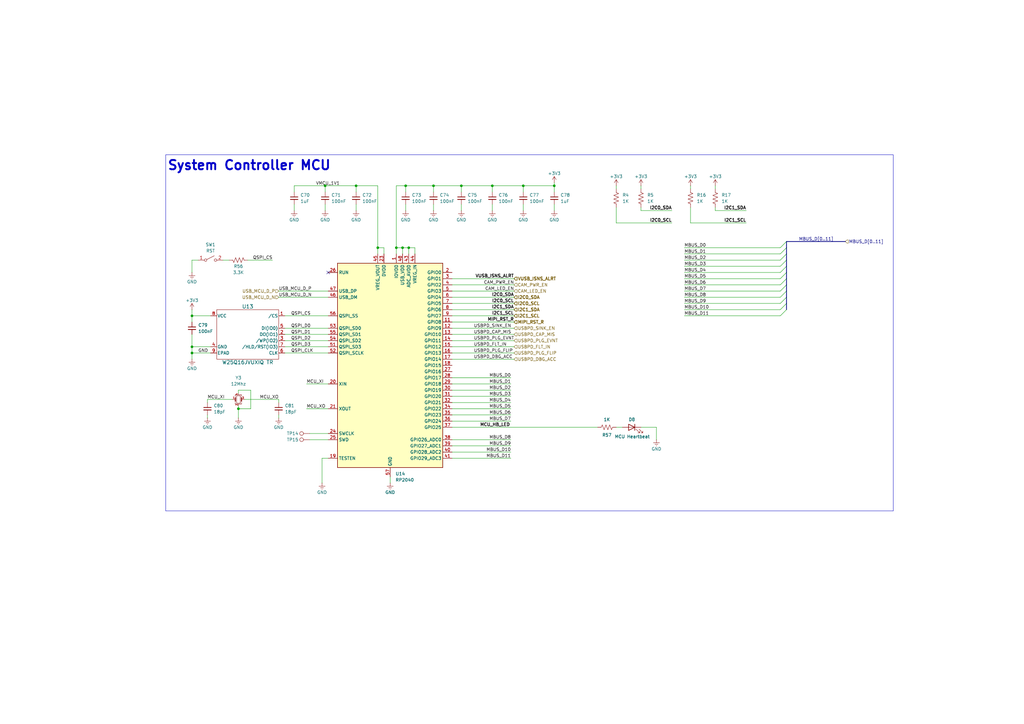
<source format=kicad_sch>
(kicad_sch (version 20250114) (generator "eeschema") (generator_version "9.0")
  (paper "A3")
  (title_block (title "MCU") (date "2025-02-18") (rev "3.0") (company "Drexel University") (comment 1 "Designed by John Hofmeyr"))
  (lib_symbols
    (symbol "Connector:TestPoint" (pin_numbers (hide yes)) (pin_names (offset 0.762) (hide yes))
      (property "Reference" "TP" (at 0 6.858 0))
      (property "Value" "TestPoint" (at 0 5.08 0))
      (symbol "TestPoint_0_1"
        (circle (center 0 3.302) (radius 0.762))
      )
      (symbol "TestPoint_1_1"
        (pin passive line (at 0 0 90) (length 2.54) (name "1") (number "1"))
      )
    )
    (symbol "Device:C_Small" (pin_numbers (hide yes)) (pin_names (offset 0.254) (hide yes))
      (property "Reference" "C" (at 0.254 1.778 0))
      (property "Value" "C_Small" (at 0.254 -2.032 0))
      (symbol "C_Small_0_1"
        (polyline (pts (xy -1.524 0.508) (xy 1.524 0.508)) (stroke (width 0.3048)))
        (polyline (pts (xy -1.524 -0.508) (xy 1.524 -0.508)) (stroke (width 0.3302)))
      )
      (symbol "C_Small_1_1"
        (pin passive line (at 0 2.54 270) (length 2.032) (name "~") (number "1"))
        (pin passive line (at 0 -2.54 90) (length 2.032) (name "~") (number "2"))
      )
    )
    (symbol "Device:Crystal_GND24_Small" (pin_names (offset 1.016) (hide yes))
      (property "Reference" "Y" (at 1.27 4.445 0))
      (property "Value" "Crystal_GND24_Small" (at 1.27 2.54 0))
      (symbol "Crystal_GND24_Small_0_1"
        (polyline (pts (xy -1.27 1.27) (xy -1.27 1.905) (xy 1.27 1.905) (xy 1.27 1.27)))
        (polyline (pts (xy -1.27 -0.762) (xy -1.27 0.762)) (stroke (width 0.381)))
        (polyline (pts (xy -1.27 -1.27) (xy -1.27 -1.905) (xy 1.27 -1.905) (xy 1.27 -1.27)))
        (rectangle (start -0.762 -1.524) (end 0.762 1.524))
        (polyline (pts (xy 1.27 -0.762) (xy 1.27 0.762)) (stroke (width 0.381)))
      )
      (symbol "Crystal_GND24_Small_1_1"
        (pin passive line (at -2.54 0 0) (length 1.27) (name "1") (number "1"))
        (pin passive line (at 0 2.54 270) (length 0.635) (name "4") (number "4"))
        (pin passive line (at 0 -2.54 90) (length 0.635) (name "2") (number "2"))
        (pin passive line (at 2.54 0 180) (length 1.27) (name "3") (number "3"))
      )
    )
    (symbol "Device:LED" (pin_numbers (hide yes)) (pin_names (offset 1.016) (hide yes))
      (property "Reference" "D" (at 0 2.54 0))
      (property "Value" "LED" (at 0 -2.54 0))
      (symbol "LED_0_1"
        (polyline (pts (xy -3.048 -0.762) (xy -4.572 -2.286) (xy -3.81 -2.286) (xy -4.572 -2.286) (xy -4.572 -1.524)))
        (polyline (pts (xy -1.778 -0.762) (xy -3.302 -2.286) (xy -2.54 -2.286) (xy -3.302 -2.286) (xy -3.302 -1.524)))
        (polyline (pts (xy -1.27 0) (xy 1.27 0)))
        (polyline (pts (xy -1.27 -1.27) (xy -1.27 1.27)) (stroke (width 0.254)))
        (polyline (pts (xy 1.27 -1.27) (xy 1.27 1.27) (xy -1.27 0) (xy 1.27 -1.27)) (stroke (width 0.254)))
      )
      (symbol "LED_1_1"
        (pin passive line (at -3.81 0 0) (length 2.54) (name "K") (number "1"))
        (pin passive line (at 3.81 0 180) (length 2.54) (name "A") (number "2"))
      )
    )
    (symbol "Device:R_US" (pin_numbers (hide yes)) (pin_names (offset 0))
      (property "Reference" "R" (at 2.54 0 90))
      (property "Value" "R_US" (at -2.54 0 90))
      (symbol "R_US_0_1"
        (polyline (pts (xy 0 2.286) (xy 0 2.54)))
        (polyline (pts (xy 0 2.286) (xy 1.016 1.905) (xy 0 1.524) (xy -1.016 1.143) (xy 0 0.762)))
        (polyline (pts (xy 0 0.762) (xy 1.016 0.381) (xy 0 0) (xy -1.016 -0.381) (xy 0 -0.762)))
        (polyline (pts (xy 0 -0.762) (xy 1.016 -1.143) (xy 0 -1.524) (xy -1.016 -1.905) (xy 0 -2.286)))
        (polyline (pts (xy 0 -2.286) (xy 0 -2.54)))
      )
      (symbol "R_US_1_1"
        (pin passive line (at 0 3.81 270) (length 1.27) (name "~") (number "1"))
        (pin passive line (at 0 -3.81 90) (length 1.27) (name "~") (number "2"))
      )
    )
    (symbol "MCU_RaspberryPi:RP2040"
      (property "Reference" "U" (at 17.78 45.72 0))
      (property "Value" "RP2040" (at 17.78 43.18 0))
      (symbol "RP2040_0_1"
        (rectangle (start -21.59 41.91) (end 21.59 -41.91) (stroke (width 0.254)) (fill (type background)))
      )
      (symbol "RP2040_1_1"
        (pin input line (at -25.4 38.1 0) (length 3.81) (name "RUN") (number "26"))
        (pin bidirectional line (at -25.4 30.48 0) (length 3.81) (name "USB_DP") (number "47"))
        (pin bidirectional line (at -25.4 27.94 0) (length 3.81) (name "USB_DM") (number "46"))
        (pin bidirectional line (at -25.4 20.32 0) (length 3.81) (name "QSPI_SS") (number "56"))
        (pin bidirectional line (at -25.4 15.24 0) (length 3.81) (name "QSPI_SD0") (number "53"))
        (pin bidirectional line (at -25.4 12.7 0) (length 3.81) (name "QSPI_SD1") (number "55"))
        (pin bidirectional line (at -25.4 10.16 0) (length 3.81) (name "QSPI_SD2") (number "54"))
        (pin bidirectional line (at -25.4 7.62 0) (length 3.81) (name "QSPI_SD3") (number "51"))
        (pin output line (at -25.4 5.08 0) (length 3.81) (name "QSPI_SCLK") (number "52"))
        (pin input line (at -25.4 -7.62 0) (length 3.81) (name "XIN") (number "20"))
        (pin passive line (at -25.4 -17.78 0) (length 3.81) (name "XOUT") (number "21"))
        (pin input line (at -25.4 -27.94 0) (length 3.81) (name "SWCLK") (number "24"))
        (pin bidirectional line (at -25.4 -30.48 0) (length 3.81) (name "SWD") (number "25"))
        (pin input line (at -25.4 -38.1 0) (length 3.81) (name "TESTEN") (number "19"))
        (pin power_out line (at -5.08 45.72 270) (length 3.81) (name "VREG_VOUT") (number "45"))
        (pin power_in line (at -2.54 45.72 270) (length 3.81) (name "DVDD") (number "23"))
        (pin passive line (at -2.54 45.72 270) (length 3.81) (hide yes) (name "DVDD") (number "50"))
        (pin power_in line (at 0 -45.72 90) (length 3.81) (name "GND") (number "57"))
        (pin power_in line (at 2.54 45.72 270) (length 3.81) (name "IOVDD") (number "1"))
        (pin passive line (at 2.54 45.72 270) (length 3.81) (hide yes) (name "IOVDD") (number "10"))
        (pin passive line (at 2.54 45.72 270) (length 3.81) (hide yes) (name "IOVDD") (number "22"))
        (pin passive line (at 2.54 45.72 270) (length 3.81) (hide yes) (name "IOVDD") (number "33"))
        (pin passive line (at 2.54 45.72 270) (length 3.81) (hide yes) (name "IOVDD") (number "42"))
        (pin passive line (at 2.54 45.72 270) (length 3.81) (hide yes) (name "IOVDD") (number "49"))
        (pin power_in line (at 5.08 45.72 270) (length 3.81) (name "USB_VDD") (number "48"))
        (pin power_in line (at 7.62 45.72 270) (length 3.81) (name "ADC_AVDD") (number "43"))
        (pin power_in line (at 10.16 45.72 270) (length 3.81) (name "VREG_IN") (number "44"))
        (pin bidirectional line (at 25.4 38.1 180) (length 3.81) (name "GPIO0") (number "2"))
        (pin bidirectional line (at 25.4 35.56 180) (length 3.81) (name "GPIO1") (number "3"))
        (pin bidirectional line (at 25.4 33.02 180) (length 3.81) (name "GPIO2") (number "4"))
        (pin bidirectional line (at 25.4 30.48 180) (length 3.81) (name "GPIO3") (number "5"))
        (pin bidirectional line (at 25.4 27.94 180) (length 3.81) (name "GPIO4") (number "6"))
        (pin bidirectional line (at 25.4 25.4 180) (length 3.81) (name "GPIO5") (number "7"))
        (pin bidirectional line (at 25.4 22.86 180) (length 3.81) (name "GPIO6") (number "8"))
        (pin bidirectional line (at 25.4 20.32 180) (length 3.81) (name "GPIO7") (number "9"))
        (pin bidirectional line (at 25.4 17.78 180) (length 3.81) (name "GPIO8") (number "11"))
        (pin bidirectional line (at 25.4 15.24 180) (length 3.81) (name "GPIO9") (number "12"))
        (pin bidirectional line (at 25.4 12.7 180) (length 3.81) (name "GPIO10") (number "13"))
        (pin bidirectional line (at 25.4 10.16 180) (length 3.81) (name "GPIO11") (number "14"))
        (pin bidirectional line (at 25.4 7.62 180) (length 3.81) (name "GPIO12") (number "15"))
        (pin bidirectional line (at 25.4 5.08 180) (length 3.81) (name "GPIO13") (number "16"))
        (pin bidirectional line (at 25.4 2.54 180) (length 3.81) (name "GPIO14") (number "17"))
        (pin bidirectional line (at 25.4 0 180) (length 3.81) (name "GPIO15") (number "18"))
        (pin bidirectional line (at 25.4 -2.54 180) (length 3.81) (name "GPIO16") (number "27"))
        (pin bidirectional line (at 25.4 -5.08 180) (length 3.81) (name "GPIO17") (number "28"))
        (pin bidirectional line (at 25.4 -7.62 180) (length 3.81) (name "GPIO18") (number "29"))
        (pin bidirectional line (at 25.4 -10.16 180) (length 3.81) (name "GPIO19") (number "30"))
        (pin bidirectional line (at 25.4 -12.7 180) (length 3.81) (name "GPIO20") (number "31"))
        (pin bidirectional line (at 25.4 -15.24 180) (length 3.81) (name "GPIO21") (number "32"))
        (pin bidirectional line (at 25.4 -17.78 180) (length 3.81) (name "GPIO22") (number "34"))
        (pin bidirectional line (at 25.4 -20.32 180) (length 3.81) (name "GPIO23") (number "35"))
        (pin bidirectional line (at 25.4 -22.86 180) (length 3.81) (name "GPIO24") (number "36"))
        (pin bidirectional line (at 25.4 -25.4 180) (length 3.81) (name "GPIO25") (number "37"))
        (pin bidirectional line (at 25.4 -30.48 180) (length 3.81) (name "GPIO26_ADC0") (number "38"))
        (pin bidirectional line (at 25.4 -33.02 180) (length 3.81) (name "GPIO27_ADC1") (number "39"))
        (pin bidirectional line (at 25.4 -35.56 180) (length 3.81) (name "GPIO28_ADC2") (number "40"))
        (pin bidirectional line (at 25.4 -38.1 180) (length 3.81) (name "GPIO29_ADC3") (number "41"))
      )
    )
    (symbol "Memory_Flash:W25Q16JVUXIQ_TR" (pin_names (offset 0.254))
      (property "Reference" "U2" (at 12.7 10.16 0))
      (property "Value" "W25Q16JVUXIQ TR" (at 12.7 7.62 0))
      (symbol "W25Q16JVUXIQ_TR_0_1"
        (pin passive line (at -2.54 2.54 0) (length 2.54) (name "VCC") (number "8"))
        (pin passive line (at -2.54 -12.7 0) (length 2.54) (name "EPAD") (number "9"))
        (pin passive line (at 27.94 2.54 180) (length 2.54) (name "/CS") (number "1"))
        (pin passive line (at 27.94 -2.54 180) (length 2.54) (name "DI(IO0)") (number "5"))
        (pin passive line (at 27.94 -5.08 180) (length 2.54) (name "DO(IO1)") (number "2"))
        (pin passive line (at 27.94 -12.7 180) (length 2.54) (name "CLK") (number "6"))
      )
      (symbol "W25Q16JVUXIQ_TR_1_1"
        (rectangle (start 0 5.08) (end 25.4 -15.24))
        (pin passive line (at -2.54 -10.16 0) (length 2.54) (name "GND") (number "4"))
        (pin passive line (at 27.94 -7.62 180) (length 2.54) (name "/WP(IO2)") (number "3"))
        (pin passive line (at 27.94 -10.16 180) (length 2.54) (name "/HLD/RST(IO3)") (number "7"))
      )
    )
    (symbol "Switch:SW_SPST" (pin_names (offset 0) (hide yes))
      (property "Reference" "SW" (at 0 3.175 0))
      (property "Value" "SW_SPST" (at 0 -2.54 0))
      (symbol "SW_SPST_0_0"
        (circle (center -2.032 0) (radius 0.508))
        (polyline (pts (xy -1.524 0.254) (xy 1.524 1.778)))
        (circle (center 2.032 0) (radius 0.508))
      )
      (symbol "SW_SPST_1_1"
        (pin passive line (at -5.08 0 0) (length 2.54) (name "A") (number "1"))
        (pin passive line (at 5.08 0 180) (length 2.54) (name "B") (number "2"))
      )
    )
    (symbol "power:+3V3" (power) (pin_numbers (hide yes)) (pin_names (offset 0) (hide yes))
      (property "Value" "+3V3" (at 0 3.556 0))
      (symbol "+3V3_0_1"
        (polyline (pts (xy -0.762 1.27) (xy 0 2.54)))
        (polyline (pts (xy 0 2.54) (xy 0.762 1.27)))
        (polyline (pts (xy 0 0) (xy 0 2.54)))
      )
      (symbol "+3V3_1_1"
        (pin power_in line (at 0 0 90) (length 0) (name "~") (number "1"))
      )
    )
    (symbol "power:GND" (power) (pin_numbers (hide yes)) (pin_names (offset 0) (hide yes))
      (property "Value" "GND" (at 0 -3.81 0))
      (symbol "GND_0_1"
        (polyline (pts (xy -0.635 -1.905) (xy 0.635 -1.905)))
        (polyline (pts (xy -0.127 -2.54) (xy 0.127 -2.54)))
        (polyline (pts (xy 0 -1.27) (xy 0 0)))
        (polyline (pts (xy 1.27 -1.27) (xy -1.27 -1.27)))
      )
      (symbol "GND_1_1"
        (pin power_in line (at 0 0 270) (length 0) (name "~") (number "1"))
      )
    )
  )
  (rectangle (start 67.945 63.5) (end 366.395 209.55))
  (text "System Controller MCU" (at 102.235 67.945 0) (effects (font (size 3.81 3.81) (bold yes))))
  (junction (at 189.23 76.2))
  (junction (at 78.74 129.54))
  (junction (at 154.94 101.6))
  (junction (at 78.74 142.24))
  (junction (at 166.37 76.2))
  (junction (at 167.64 101.6))
  (junction (at 146.05 76.2))
  (junction (at 78.74 144.78))
  (junction (at 97.79 167.64))
  (junction (at 227.33 76.2))
  (junction (at 201.93 76.2))
  (junction (at 177.8 76.2))
  (junction (at 165.1 101.6))
  (junction (at 214.63 76.2))
  (junction (at 162.56 101.6))
  (junction (at 133.35 76.2))
  (no_connect (at 134.62 111.76))
  (bus_entry (at 320.04 116.84) (size 2.54 -2.54))
  (bus_entry (at 320.04 106.68) (size 2.54 -2.54))
  (bus_entry (at 320.04 129.54) (size 2.54 -2.54))
  (bus_entry (at 320.04 124.46) (size 2.54 -2.54))
  (bus_entry (at 320.04 114.3) (size 2.54 -2.54))
  (bus_entry (at 320.04 119.38) (size 2.54 -2.54))
  (bus_entry (at 320.04 109.22) (size 2.54 -2.54))
  (bus_entry (at 320.04 104.14) (size 2.54 -2.54))
  (bus_entry (at 320.04 121.92) (size 2.54 -2.54))
  (bus_entry (at 320.04 127) (size 2.54 -2.54))
  (bus_entry (at 320.04 111.76) (size 2.54 -2.54))
  (bus_entry (at 320.04 101.6) (size 2.54 -2.54))
  (wire (pts (xy 293.37 85.09) (xy 293.37 86.36)))
  (wire (pts (xy 102.87 160.02) (xy 102.87 167.64)))
  (bus (pts (xy 322.58 124.46) (xy 322.58 121.92)))
  (wire (pts (xy 293.37 86.36) (xy 306.07 86.36)))
  (bus (pts (xy 322.58 106.68) (xy 322.58 104.14)))
  (wire (pts (xy 185.42 147.32) (xy 210.82 147.32)))
  (wire (pts (xy 133.35 83.82) (xy 133.35 86.36)))
  (wire (pts (xy 167.64 101.6) (xy 165.1 101.6)))
  (wire (pts (xy 252.73 91.44) (xy 275.59 91.44)))
  (wire (pts (xy 214.63 83.82) (xy 214.63 86.36)))
  (wire (pts (xy 165.1 104.14) (xy 165.1 101.6)))
  (wire (pts (xy 97.79 160.02) (xy 102.87 160.02)))
  (wire (pts (xy 185.42 132.08) (xy 210.82 132.08)))
  (wire (pts (xy 166.37 76.2) (xy 177.8 76.2)))
  (wire (pts (xy 78.74 137.16) (xy 78.74 142.24)))
  (wire (pts (xy 133.35 76.2) (xy 146.05 76.2)))
  (bus (pts (xy 322.58 119.38) (xy 322.58 116.84)))
  (wire (pts (xy 116.84 142.24) (xy 134.62 142.24)))
  (bus (pts (xy 322.58 127) (xy 322.58 124.46)))
  (wire (pts (xy 280.67 121.92) (xy 320.04 121.92)))
  (bus (pts (xy 322.58 101.6) (xy 322.58 99.06)))
  (wire (pts (xy 132.08 187.96) (xy 132.08 198.12)))
  (wire (pts (xy 166.37 76.2) (xy 166.37 78.74)))
  (wire (pts (xy 134.62 187.96) (xy 132.08 187.96)))
  (wire (pts (xy 86.36 129.54) (xy 78.74 129.54)))
  (wire (pts (xy 162.56 101.6) (xy 162.56 76.2)))
  (wire (pts (xy 185.42 162.56) (xy 209.55 162.56)))
  (wire (pts (xy 85.09 163.83) (xy 85.09 165.1)))
  (wire (pts (xy 185.42 165.1) (xy 209.55 165.1)))
  (wire (pts (xy 97.79 167.64) (xy 97.79 166.37)))
  (wire (pts (xy 78.74 129.54) (xy 78.74 132.08)))
  (wire (pts (xy 125.73 167.64) (xy 134.62 167.64)))
  (wire (pts (xy 280.67 111.76) (xy 320.04 111.76)))
  (wire (pts (xy 252.73 85.09) (xy 252.73 91.44)))
  (wire (pts (xy 185.42 187.96) (xy 209.55 187.96)))
  (wire (pts (xy 262.89 86.36) (xy 275.59 86.36)))
  (wire (pts (xy 100.33 163.83) (xy 114.3 163.83)))
  (wire (pts (xy 252.73 175.26) (xy 255.27 175.26)))
  (wire (pts (xy 185.42 134.62) (xy 210.82 134.62)))
  (wire (pts (xy 280.67 124.46) (xy 320.04 124.46)))
  (wire (pts (xy 185.42 180.34) (xy 209.55 180.34)))
  (wire (pts (xy 210.82 116.84) (xy 185.42 116.84)))
  (wire (pts (xy 262.89 85.09) (xy 262.89 86.36)))
  (wire (pts (xy 201.93 76.2) (xy 201.93 78.74)))
  (wire (pts (xy 133.35 76.2) (xy 133.35 78.74)))
  (wire (pts (xy 262.89 175.26) (xy 269.24 175.26)))
  (wire (pts (xy 227.33 74.93) (xy 227.33 76.2)))
  (wire (pts (xy 177.8 83.82) (xy 177.8 86.36)))
  (wire (pts (xy 201.93 76.2) (xy 214.63 76.2)))
  (wire (pts (xy 185.42 185.42) (xy 209.55 185.42)))
  (wire (pts (xy 127 177.8) (xy 134.62 177.8)))
  (bus (pts (xy 322.58 116.84) (xy 322.58 114.3)))
  (wire (pts (xy 177.8 76.2) (xy 177.8 78.74)))
  (wire (pts (xy 114.3 170.18) (xy 114.3 171.45)))
  (wire (pts (xy 167.64 104.14) (xy 167.64 101.6)))
  (wire (pts (xy 97.79 167.64) (xy 97.79 171.45)))
  (bus (pts (xy 322.58 99.06) (xy 346.71 99.06)))
  (wire (pts (xy 170.18 101.6) (xy 167.64 101.6)))
  (wire (pts (xy 214.63 76.2) (xy 214.63 78.74)))
  (wire (pts (xy 97.79 161.29) (xy 97.79 160.02)))
  (wire (pts (xy 227.33 76.2) (xy 227.33 78.74)))
  (wire (pts (xy 116.84 134.62) (xy 134.62 134.62)))
  (wire (pts (xy 227.33 83.82) (xy 227.33 86.36)))
  (wire (pts (xy 120.65 76.2) (xy 120.65 78.74)))
  (wire (pts (xy 185.42 137.16) (xy 210.82 137.16)))
  (wire (pts (xy 85.09 163.83) (xy 95.25 163.83)))
  (wire (pts (xy 185.42 170.18) (xy 209.55 170.18)))
  (wire (pts (xy 189.23 83.82) (xy 189.23 86.36)))
  (wire (pts (xy 101.6 106.68) (xy 111.76 106.68)))
  (wire (pts (xy 116.84 129.54) (xy 134.62 129.54)))
  (wire (pts (xy 160.02 195.58) (xy 160.02 198.12)))
  (wire (pts (xy 214.63 76.2) (xy 227.33 76.2)))
  (wire (pts (xy 127 180.34) (xy 134.62 180.34)))
  (wire (pts (xy 166.37 83.82) (xy 166.37 86.36)))
  (wire (pts (xy 280.67 101.6) (xy 320.04 101.6)))
  (wire (pts (xy 165.1 101.6) (xy 162.56 101.6)))
  (wire (pts (xy 116.84 139.7) (xy 134.62 139.7)))
  (wire (pts (xy 125.73 157.48) (xy 134.62 157.48)))
  (wire (pts (xy 293.37 76.2) (xy 293.37 77.47)))
  (wire (pts (xy 146.05 76.2) (xy 154.94 76.2)))
  (wire (pts (xy 157.48 104.14) (xy 157.48 101.6)))
  (wire (pts (xy 85.09 170.18) (xy 85.09 171.45)))
  (wire (pts (xy 78.74 144.78) (xy 86.36 144.78)))
  (wire (pts (xy 185.42 139.7) (xy 210.82 139.7)))
  (wire (pts (xy 280.67 104.14) (xy 320.04 104.14)))
  (wire (pts (xy 283.21 91.44) (xy 306.07 91.44)))
  (wire (pts (xy 185.42 160.02) (xy 209.55 160.02)))
  (wire (pts (xy 185.42 167.64) (xy 209.55 167.64)))
  (wire (pts (xy 185.42 114.3) (xy 210.82 114.3)))
  (wire (pts (xy 185.42 182.88) (xy 209.55 182.88)))
  (wire (pts (xy 185.42 124.46) (xy 210.82 124.46)))
  (wire (pts (xy 185.42 157.48) (xy 209.55 157.48)))
  (wire (pts (xy 116.84 144.78) (xy 134.62 144.78)))
  (wire (pts (xy 185.42 172.72) (xy 209.55 172.72)))
  (wire (pts (xy 134.62 119.38) (xy 114.3 119.38)))
  (wire (pts (xy 170.18 104.14) (xy 170.18 101.6)))
  (wire (pts (xy 146.05 83.82) (xy 146.05 86.36)))
  (wire (pts (xy 78.74 106.68) (xy 78.74 111.76)))
  (wire (pts (xy 189.23 76.2) (xy 189.23 78.74)))
  (wire (pts (xy 185.42 129.54) (xy 210.82 129.54)))
  (wire (pts (xy 262.89 76.2) (xy 262.89 77.47)))
  (wire (pts (xy 102.87 167.64) (xy 97.79 167.64)))
  (wire (pts (xy 280.67 119.38) (xy 320.04 119.38)))
  (wire (pts (xy 154.94 101.6) (xy 154.94 76.2)))
  (wire (pts (xy 81.28 106.68) (xy 78.74 106.68)))
  (wire (pts (xy 189.23 76.2) (xy 201.93 76.2)))
  (wire (pts (xy 78.74 144.78) (xy 78.74 147.32)))
  (wire (pts (xy 185.42 175.26) (xy 245.11 175.26)))
  (wire (pts (xy 162.56 76.2) (xy 166.37 76.2)))
  (bus (pts (xy 322.58 121.92) (xy 322.58 119.38)))
  (wire (pts (xy 116.84 137.16) (xy 134.62 137.16)))
  (wire (pts (xy 78.74 127) (xy 78.74 129.54)))
  (wire (pts (xy 114.3 163.83) (xy 114.3 165.1)))
  (bus (pts (xy 322.58 111.76) (xy 322.58 109.22)))
  (wire (pts (xy 252.73 76.2) (xy 252.73 77.47)))
  (wire (pts (xy 283.21 85.09) (xy 283.21 91.44)))
  (wire (pts (xy 162.56 104.14) (xy 162.56 101.6)))
  (wire (pts (xy 78.74 142.24) (xy 86.36 142.24)))
  (wire (pts (xy 185.42 121.92) (xy 210.82 121.92)))
  (wire (pts (xy 154.94 101.6) (xy 157.48 101.6)))
  (bus (pts (xy 322.58 109.22) (xy 322.58 106.68)))
  (wire (pts (xy 91.44 106.68) (xy 93.98 106.68)))
  (wire (pts (xy 280.67 106.68) (xy 320.04 106.68)))
  (wire (pts (xy 185.42 142.24) (xy 210.82 142.24)))
  (bus (pts (xy 322.58 114.3) (xy 322.58 111.76)))
  (wire (pts (xy 133.35 76.2) (xy 120.65 76.2)))
  (wire (pts (xy 78.74 142.24) (xy 78.74 144.78)))
  (wire (pts (xy 185.42 154.94) (xy 209.55 154.94)))
  (wire (pts (xy 280.67 129.54) (xy 320.04 129.54)))
  (wire (pts (xy 210.82 119.38) (xy 185.42 119.38)))
  (wire (pts (xy 134.62 121.92) (xy 114.3 121.92)))
  (wire (pts (xy 185.42 127) (xy 210.82 127)))
  (wire (pts (xy 283.21 76.2) (xy 283.21 77.47)))
  (wire (pts (xy 185.42 144.78) (xy 210.82 144.78)))
  (wire (pts (xy 177.8 76.2) (xy 189.23 76.2)))
  (wire (pts (xy 201.93 83.82) (xy 201.93 86.36)))
  (wire (pts (xy 280.67 114.3) (xy 320.04 114.3)))
  (wire (pts (xy 280.67 116.84) (xy 320.04 116.84)))
  (wire (pts (xy 146.05 76.2) (xy 146.05 78.74)))
  (bus (pts (xy 322.58 104.14) (xy 322.58 101.6)))
  (wire (pts (xy 280.67 127) (xy 320.04 127)))
  (wire (pts (xy 269.24 175.26) (xy 269.24 180.34)))
  (wire (pts (xy 280.67 109.22) (xy 320.04 109.22)))
  (wire (pts (xy 120.65 83.82) (xy 120.65 86.36)))
  (wire (pts (xy 154.94 104.14) (xy 154.94 101.6)))
  (label "MBUS_D6" (at 280.67 116.84 0))
  (label "USB_MCU_D_P" (at 114.3 119.38 0))
  (label "QSPI_D3" (at 119.38 142.24 0))
  (label "QSPI_CS" (at 111.76 106.68 180))
  (label "MIPI_RST_R" (at 210.82 132.08 180) (effects (font (bold yes))))
  (label "I2C1_SDA" (at 210.82 127 180) (effects (font (bold yes))))
  (label "I2C0_SCL" (at 275.59 91.44 180) (effects (font (bold yes))))
  (label "CAM_LED_EN" (at 210.82 119.38 180))
  (label "QSPI_CLK" (at 119.38 144.78 0))
  (label "MBUS_D7" (at 280.67 119.38 0))
  (label "QSPI_D1" (at 119.38 137.16 0))
  (label "QSPI_D0" (at 119.38 134.62 0))
  (label "MBUS_D8" (at 209.55 180.34 180))
  (label "MBUS_D0" (at 209.55 154.94 180))
  (label "MBUS_D1" (at 280.67 104.14 0))
  (label "MBUS_D4" (at 280.67 111.76 0))
  (label "VUSB_ISNS_ALRT" (at 210.82 114.3 180) (effects (font (bold yes))))
  (label "MBUS_D9" (at 280.67 124.46 0))
  (label "MBUS_D1" (at 209.55 157.48 180))
  (label "I2C0_SDA" (at 210.82 121.92 180) (effects (font (bold yes))))
  (label "MBUS_D0" (at 280.67 101.6 0))
  (label "MBUS_D10" (at 209.55 185.42 180))
  (label "I2C1_SCL" (at 210.82 129.54 180) (effects (font (bold yes))))
  (label "MBUS_D3" (at 209.55 162.56 180))
  (label "I2C0_SDA" (at 275.59 86.36 180) (effects (font (bold yes))))
  (label "MCU_XO" (at 114.3 163.83 180))
  (label "MBUS_D5" (at 280.67 114.3 0))
  (label "MBUS_D9" (at 209.55 182.88 180))
  (label "I2C1_SDA" (at 306.07 86.36 180) (effects (font (bold yes))))
  (label "MBUS_D4" (at 209.55 165.1 180))
  (label "MCU_XI" (at 85.09 163.83 0))
  (label "MBUS_D7" (at 209.55 172.72 180))
  (label "QSPI_CS" (at 119.38 129.54 0))
  (label "MCU_XI" (at 125.73 157.48 0))
  (label "MBUS_D11" (at 209.55 187.96 180))
  (label "USBPD_SINK_EN" (at 194.31 134.62 0))
  (label "USBPD_FLT_IN" (at 194.31 142.24 0))
  (label "MCU_XO" (at 125.73 167.64 0))
  (label "MBUS_D3" (at 280.67 109.22 0))
  (label "GND" (at 81.28 144.78 0))
  (label "MCU_HB_LED" (at 196.85 175.26 0) (effects (font (bold yes))))
  (label "USBPD_PLG_EVNT" (at 194.31 139.7 0))
  (label "MBUS_D2" (at 209.55 160.02 180))
  (label "USB_MCU_D_N" (at 114.3 121.92 0))
  (label "MBUS_D11" (at 280.67 129.54 0))
  (label "MBUS_D2" (at 280.67 106.68 0))
  (label "VMCU_1V1" (at 129.54 76.2 0))
  (label "QSPI_D2" (at 119.38 139.7 0))
  (label "I2C1_SCL" (at 306.07 91.44 180) (effects (font (bold yes))))
  (label "USBPD_DBG_ACC" (at 194.31 147.32 0))
  (label "USBPD_PLG_FLIP" (at 194.31 144.78 0))
  (label "MBUS_D6" (at 209.55 170.18 180))
  (label "MBUS_D5" (at 209.55 167.64 180))
  (label "MBUS_D[0..11]" (at 327.66 99.06 0))
  (label "CAM_PWR_EN" (at 210.82 116.84 180))
  (label "I2C0_SCL" (at 210.82 124.46 180) (effects (font (bold yes))))
  (label "MBUS_D10" (at 280.67 127 0))
  (label "MBUS_D8" (at 280.67 121.92 0))
  (label "USBPD_CAP_MIS" (at 194.31 137.16 0))
  (hierarchical_label "CAM_PWR_EN" (shape input) (at 210.82 116.84 0))
  (hierarchical_label "USBPD_PLG_EVNT" (shape input) (at 210.82 139.7 0))
  (hierarchical_label "USBPD_FLT_IN" (shape input) (at 210.82 142.24 0))
  (hierarchical_label "USBPD_CAP_MIS" (shape input) (at 210.82 137.16 0))
  (hierarchical_label "USBPD_DBG_ACC" (shape input) (at 210.82 147.32 0))
  (hierarchical_label "USBPD_SINK_EN" (shape input) (at 210.82 134.62 0))
  (hierarchical_label "MBUS_D[0..11]" (shape input) (at 346.71 99.06 0))
  (hierarchical_label "I2C1_SDA" (shape input) (at 210.82 127 0) (effects (font (bold yes))))
  (hierarchical_label "USB_MCU_D_P" (shape input) (at 114.3 119.38 180))
  (hierarchical_label "USB_MCU_D_N" (shape input) (at 114.3 121.92 180))
  (hierarchical_label "CAM_LED_EN" (shape input) (at 210.82 119.38 0))
  (hierarchical_label "USBPD_PLG_FLIP" (shape input) (at 210.82 144.78 0))
  (hierarchical_label "VUSB_ISNS_ALRT" (shape input) (at 210.82 114.3 0) (effects (font (bold yes))))
  (hierarchical_label "I2C0_SCL" (shape input) (at 210.82 124.46 0) (effects (font (bold yes))))
  (hierarchical_label "I2C1_SCL" (shape input) (at 210.82 129.54 0) (effects (font (bold yes))))
  (hierarchical_label "MIPI_RST_R" (shape input) (at 210.82 132.08 0) (effects (font (bold yes))))
  (hierarchical_label "I2C0_SDA" (shape input) (at 210.82 121.92 0) (effects (font (bold yes))))
  (symbol (lib_id "Memory_Flash:W25Q16JVUXIQ_TR") (at 88.9 132.08 0) (unit 1)
    (property "Reference" "U13" (at 101.6 125.73 0) (effects (font (size 1.524 1.524))))
    (property "Value" "W25Q16JVUXIQ TR" (at 101.6 148.59 0) (effects (font (size 1.524 1.524))))
    (property "Footprint" "IO_Module:USON-8_UX_2x3x0p6_WIN" (effects (hide yes)))
    (property "Datasheet" "https://www.winbond.com/resource-files/w25q16jv%20spi%20revh%2004082019%20plus.pdf" (effects (hide yes)))
  )
  (symbol (lib_id "power:GND") (at 269.24 180.34 0) (unit 1)
    (property "Reference" "#PWR0161" (effects (hide yes)))
    (property "Value" "GND" (at 269.24 184.15 0))
    (property "Description" "Power symbol creates a global label with name \"GND\" , ground" (effects (hide yes)))
  )
  (symbol (lib_id "Device:R_US") (at 283.21 81.28 180) (unit 1)
    (property "Reference" "R16" (at 285.75 80.0099 0) (effects (justify right)))
    (property "Value" "1K" (at 285.75 82.5499 0) (effects (justify right)))
    (property "Footprint" "Resistor_SMD:R_0201_0603Metric" (effects (hide yes)))
    (property "Description" "Resistor, US symbol" (effects (hide yes)))
  )
  (symbol (lib_id "Device:C_Small") (at 189.23 81.28 0) (unit 1)
    (property "Reference" "C75" (at 191.77 80.0162 0) (effects (justify left)))
    (property "Value" "100nF" (at 191.77 82.5562 0) (effects (justify left)))
    (property "Footprint" "Capacitor_SMD:C_0201_0603Metric" (effects (hide yes)))
    (property "Datasheet" "GRM155R71H104KE14D" (effects (hide yes)))
    (property "Description" "Unpolarized capacitor, small symbol" (effects (hide yes)))
  )
  (symbol (lib_id "MCU_RaspberryPi:RP2040") (at 160.02 149.86 0) (unit 1)
    (property "Reference" "U14" (at 162.2141 194.31 0) (effects (justify left)))
    (property "Value" "RP2040" (at 162.2141 196.85 0) (effects (justify left)))
    (property "Footprint" "Package_DFN_QFN:QFN-56-1EP_7x7mm_P0.4mm_EP3.2x3.2mm" (effects (hide yes)))
    (property "Datasheet" "https://datasheets.raspberrypi.com/rp2040/rp2040-datasheet.pdf" (effects (hide yes)))
    (property "Description" "A microcontroller by Raspberry Pi" (effects (hide yes)))
  )
  (symbol (lib_id "power:+3V3") (at 252.73 76.2 0) (unit 1)
    (property "Reference" "#PWR07" (effects (hide yes)))
    (property "Value" "+3V3" (at 252.73 72.39 0))
    (property "Description" "Power symbol creates a global label with name \"+3V3\"" (effects (hide yes)))
  )
  (symbol (lib_id "power:GND") (at 78.74 111.76 0) (unit 1)
    (property "Reference" "#PWR0155" (effects (hide yes)))
    (property "Value" "GND" (at 78.74 115.57 0))
    (property "Description" "Power symbol creates a global label with name \"GND\" , ground" (effects (hide yes)))
  )
  (symbol (lib_id "power:GND") (at 177.8 86.36 0) (unit 1)
    (property "Reference" "#PWR0150" (effects (hide yes)))
    (property "Value" "GND" (at 177.8 90.17 0))
    (property "Description" "Power symbol creates a global label with name \"GND\" , ground" (effects (hide yes)))
  )
  (symbol (lib_id "power:GND") (at 227.33 86.36 0) (unit 1)
    (property "Reference" "#PWR0154" (effects (hide yes)))
    (property "Value" "GND" (at 227.33 90.17 0))
    (property "Description" "Power symbol creates a global label with name \"GND\" , ground" (effects (hide yes)))
  )
  (symbol (lib_id "power:+3V3") (at 78.74 127 0) (unit 1)
    (property "Reference" "#PWR0156" (effects (hide yes)))
    (property "Value" "+3V3" (at 78.74 123.19 0))
    (property "Description" "Power symbol creates a global label with name \"+3V3\"" (effects (hide yes)))
  )
  (symbol (lib_id "power:GND") (at 120.65 86.36 0) (unit 1)
    (property "Reference" "#PWR0146" (effects (hide yes)))
    (property "Value" "GND" (at 120.65 90.17 0))
    (property "Description" "Power symbol creates a global label with name \"GND\" , ground" (effects (hide yes)))
  )
  (symbol (lib_id "power:+3V3") (at 262.89 76.2 0) (unit 1)
    (property "Reference" "#PWR08" (effects (hide yes)))
    (property "Value" "+3V3" (at 262.89 72.39 0))
    (property "Description" "Power symbol creates a global label with name \"+3V3\"" (effects (hide yes)))
  )
  (symbol (lib_id "power:GND") (at 114.3 171.45 0) (unit 1)
    (property "Reference" "#PWR0160" (effects (hide yes)))
    (property "Value" "GND" (at 114.3 175.26 0))
    (property "Description" "Power symbol creates a global label with name \"GND\" , ground" (effects (hide yes)))
  )
  (symbol (lib_id "Switch:SW_SPST") (at 86.36 106.68 0) (unit 1)
    (property "Reference" "SW1" (at 86.36 100.33 0))
    (property "Value" "RST" (at 86.36 102.87 0))
    (property "Footprint" "Button_Switch_SMD:SW_Push_SPST_NO_Alps_SKRK" (effects (hide yes)))
    (property "Description" "Single Pole Single Throw (SPST) switch" (effects (hide yes)))
  )
  (symbol (lib_id "power:GND") (at 160.02 198.12 0) (unit 1)
    (property "Reference" "#PWR0163" (effects (hide yes)))
    (property "Value" "GND" (at 160.02 201.93 0))
    (property "Description" "Power symbol creates a global label with name \"GND\" , ground" (effects (hide yes)))
  )
  (symbol (lib_id "Device:R_US") (at 252.73 81.28 180) (unit 1)
    (property "Reference" "R4" (at 255.27 80.0099 0) (effects (justify right)))
    (property "Value" "1K" (at 255.27 82.5499 0) (effects (justify right)))
    (property "Footprint" "Resistor_SMD:R_0201_0603Metric" (effects (hide yes)))
    (property "Description" "Resistor, US symbol" (effects (hide yes)))
  )
  (symbol (lib_id "Connector:TestPoint") (at 127 180.34 90) (unit 1)
    (property "Reference" "TP15" (at 120.015 180.34 90))
    (property "Value" "TestPoint" (effects (hide yes)))
    (property "Footprint" "IO_Module:Test Point 0.5mm No Silk" (effects (hide yes)))
    (property "Description" "test point" (effects (hide yes)))
  )
  (symbol (lib_id "Device:R_US") (at 262.89 81.28 180) (unit 1)
    (property "Reference" "R5" (at 265.43 80.0099 0) (effects (justify right)))
    (property "Value" "1K" (at 265.43 82.5499 0) (effects (justify right)))
    (property "Footprint" "Resistor_SMD:R_0201_0603Metric" (effects (hide yes)))
    (property "Description" "Resistor, US symbol" (effects (hide yes)))
  )
  (symbol (lib_id "power:+3V3") (at 227.33 74.93 0) (unit 1)
    (property "Reference" "#PWR0145" (effects (hide yes)))
    (property "Value" "+3V3" (at 227.33 71.12 0))
    (property "Description" "Power symbol creates a global label with name \"+3V3\"" (effects (hide yes)))
  )
  (symbol (lib_id "power:GND") (at 97.79 171.45 0) (unit 1)
    (property "Reference" "#PWR0159" (effects (hide yes)))
    (property "Value" "GND" (at 97.79 175.26 0))
    (property "Description" "Power symbol creates a global label with name \"GND\" , ground" (effects (hide yes)))
  )
  (symbol (lib_id "Device:C_Small") (at 78.74 134.62 0) (unit 1)
    (property "Reference" "C79" (at 81.28 133.3562 0) (effects (justify left)))
    (property "Value" "100nF" (at 81.28 135.8962 0) (effects (justify left)))
    (property "Footprint" "Capacitor_SMD:C_0201_0603Metric" (effects (hide yes)))
    (property "Datasheet" "GRM155R71H104KE14D" (effects (hide yes)))
    (property "Description" "Unpolarized capacitor, small symbol" (effects (hide yes)))
  )
  (symbol (lib_id "Device:C_Small") (at 146.05 81.28 0) (unit 1)
    (property "Reference" "C72" (at 148.59 80.0162 0) (effects (justify left)))
    (property "Value" "100nF" (at 148.59 82.5562 0) (effects (justify left)))
    (property "Footprint" "Capacitor_SMD:C_0201_0603Metric" (effects (hide yes)))
    (property "Datasheet" "GRM155R71H104KE14D" (effects (hide yes)))
    (property "Description" "Unpolarized capacitor, small symbol" (effects (hide yes)))
  )
  (symbol (lib_id "power:GND") (at 146.05 86.36 0) (unit 1)
    (property "Reference" "#PWR0148" (effects (hide yes)))
    (property "Value" "GND" (at 146.05 90.17 0))
    (property "Description" "Power symbol creates a global label with name \"GND\" , ground" (effects (hide yes)))
  )
  (symbol (lib_id "Device:C_Small") (at 214.63 81.28 0) (unit 1)
    (property "Reference" "C77" (at 217.17 80.0162 0) (effects (justify left)))
    (property "Value" "100nF" (at 217.17 82.5562 0) (effects (justify left)))
    (property "Footprint" "Capacitor_SMD:C_0201_0603Metric" (effects (hide yes)))
    (property "Datasheet" "GRM155R71H104KE14D" (effects (hide yes)))
    (property "Description" "Unpolarized capacitor, small symbol" (effects (hide yes)))
  )
  (symbol (lib_id "Device:LED") (at 259.08 175.26 0) (mirror y) (unit 1)
    (property "Reference" "D8" (at 257.81 172.085 0) (effects (justify right)))
    (property "Value" "MCU Heartbeat" (at 252.095 179.07 0) (effects (justify right)))
    (property "Footprint" "LED_SMD:LED_0603_1608Metric" (effects (hide yes)))
    (property "Description" "Light emitting diode" (effects (hide yes)))
  )
  (symbol (lib_id "Device:C_Small") (at 227.33 81.28 0) (unit 1)
    (property "Reference" "C78" (at 229.87 80.0162 0) (effects (justify left)))
    (property "Value" "1uF" (at 229.87 82.5562 0) (effects (justify left)))
    (property "Footprint" "Capacitor_SMD:C_0201_0603Metric" (effects (hide yes)))
    (property "Datasheet" "GRM155R71H104KE14D" (effects (hide yes)))
    (property "Description" "Unpolarized capacitor, small symbol" (effects (hide yes)))
  )
  (symbol (lib_id "Device:R_US") (at 248.92 175.26 90) (unit 1)
    (property "Reference" "R57" (at 248.92 178.435 90))
    (property "Value" "1K" (at 248.92 172.085 90))
    (property "Footprint" "Resistor_SMD:R_0201_0603Metric" (effects (hide yes)))
    (property "Description" "Resistor, US symbol" (effects (hide yes)))
  )
  (symbol (lib_id "power:GND") (at 201.93 86.36 0) (unit 1)
    (property "Reference" "#PWR0152" (effects (hide yes)))
    (property "Value" "GND" (at 201.93 90.17 0))
    (property "Description" "Power symbol creates a global label with name \"GND\" , ground" (effects (hide yes)))
  )
  (symbol (lib_id "Device:C_Small") (at 201.93 81.28 0) (unit 1)
    (property "Reference" "C76" (at 204.47 80.0162 0) (effects (justify left)))
    (property "Value" "100nF" (at 204.47 82.5562 0) (effects (justify left)))
    (property "Footprint" "Capacitor_SMD:C_0201_0603Metric" (effects (hide yes)))
    (property "Datasheet" "GRM155R71H104KE14D" (effects (hide yes)))
    (property "Description" "Unpolarized capacitor, small symbol" (effects (hide yes)))
  )
  (symbol (lib_id "power:GND") (at 189.23 86.36 0) (unit 1)
    (property "Reference" "#PWR0151" (effects (hide yes)))
    (property "Value" "GND" (at 189.23 90.17 0))
    (property "Description" "Power symbol creates a global label with name \"GND\" , ground" (effects (hide yes)))
  )
  (symbol (lib_id "power:GND") (at 214.63 86.36 0) (unit 1)
    (property "Reference" "#PWR0153" (effects (hide yes)))
    (property "Value" "GND" (at 214.63 90.17 0))
    (property "Description" "Power symbol creates a global label with name \"GND\" , ground" (effects (hide yes)))
  )
  (symbol (lib_id "Device:C_Small") (at 177.8 81.28 0) (unit 1)
    (property "Reference" "C74" (at 180.34 80.0162 0) (effects (justify left)))
    (property "Value" "100nF" (at 180.34 82.5562 0) (effects (justify left)))
    (property "Footprint" "Capacitor_SMD:C_0201_0603Metric" (effects (hide yes)))
    (property "Datasheet" "GRM155R71H104KE14D" (effects (hide yes)))
    (property "Description" "Unpolarized capacitor, small symbol" (effects (hide yes)))
  )
  (symbol (lib_id "Device:R_US") (at 293.37 81.28 180) (unit 1)
    (property "Reference" "R17" (at 295.91 80.0099 0) (effects (justify right)))
    (property "Value" "1K" (at 295.91 82.5499 0) (effects (justify right)))
    (property "Footprint" "Resistor_SMD:R_0201_0603Metric" (effects (hide yes)))
    (property "Description" "Resistor, US symbol" (effects (hide yes)))
  )
  (symbol (lib_id "power:GND") (at 132.08 198.12 0) (unit 1)
    (property "Reference" "#PWR0162" (effects (hide yes)))
    (property "Value" "GND" (at 132.08 201.93 0))
    (property "Description" "Power symbol creates a global label with name \"GND\" , ground" (effects (hide yes)))
  )
  (symbol (lib_id "power:GND") (at 166.37 86.36 0) (unit 1)
    (property "Reference" "#PWR0149" (effects (hide yes)))
    (property "Value" "GND" (at 166.37 90.17 0))
    (property "Description" "Power symbol creates a global label with name \"GND\" , ground" (effects (hide yes)))
  )
  (symbol (lib_id "Device:C_Small") (at 166.37 81.28 0) (unit 1)
    (property "Reference" "C73" (at 168.91 80.0162 0) (effects (justify left)))
    (property "Value" "100nF" (at 168.91 82.5562 0) (effects (justify left)))
    (property "Footprint" "Capacitor_SMD:C_0201_0603Metric" (effects (hide yes)))
    (property "Datasheet" "GRM155R71H104KE14D" (effects (hide yes)))
    (property "Description" "Unpolarized capacitor, small symbol" (effects (hide yes)))
  )
  (symbol (lib_id "Device:C_Small") (at 120.65 81.28 0) (unit 1)
    (property "Reference" "C70" (at 123.19 80.0162 0) (effects (justify left)))
    (property "Value" "1uF" (at 123.19 82.5562 0) (effects (justify left)))
    (property "Footprint" "Capacitor_SMD:C_0201_0603Metric" (effects (hide yes)))
    (property "Datasheet" "GRM155R71H104KE14D" (effects (hide yes)))
    (property "Description" "Unpolarized capacitor, small symbol" (effects (hide yes)))
  )
  (symbol (lib_id "Device:R_US") (at 97.79 106.68 270) (mirror x) (unit 1)
    (property "Reference" "R56" (at 97.79 109.22 90))
    (property "Value" "3.3K" (at 97.79 111.76 90))
    (property "Footprint" "Resistor_SMD:R_0201_0603Metric" (effects (hide yes)))
    (property "Datasheet" "https://www.yageo.com/upload/media/product/products/datasheet/rchip/PYu-RC_Group_51_RoHS_L_12.pdf" (effects (hide yes)))
    (property "Description" "Resistor, US symbol" (effects (hide yes)))
  )
  (symbol (lib_id "Device:C_Small") (at 85.09 167.64 0) (unit 1)
    (property "Reference" "C80" (at 87.63 166.3762 0) (effects (justify left)))
    (property "Value" "18pF" (at 87.63 168.9162 0) (effects (justify left)))
    (property "Footprint" "Capacitor_SMD:C_0201_0603Metric" (effects (hide yes)))
    (property "Description" "Unpolarized capacitor, small symbol" (effects (hide yes)))
  )
  (symbol (lib_id "power:+3V3") (at 283.21 76.2 0) (unit 1)
    (property "Reference" "#PWR067" (effects (hide yes)))
    (property "Value" "+3V3" (at 283.21 72.39 0))
    (property "Description" "Power symbol creates a global label with name \"+3V3\"" (effects (hide yes)))
  )
  (symbol (lib_id "Device:C_Small") (at 114.3 167.64 0) (unit 1)
    (property "Reference" "C81" (at 116.84 166.3762 0) (effects (justify left)))
    (property "Value" "18pF" (at 116.84 168.9162 0) (effects (justify left)))
    (property "Footprint" "Capacitor_SMD:C_0201_0603Metric" (effects (hide yes)))
    (property "Description" "Unpolarized capacitor, small symbol" (effects (hide yes)))
  )
  (symbol (lib_id "power:GND") (at 78.74 147.32 0) (unit 1)
    (property "Reference" "#PWR0157" (effects (hide yes)))
    (property "Value" "GND" (at 78.74 151.13 0))
    (property "Description" "Power symbol creates a global label with name \"GND\" , ground" (effects (hide yes)))
  )
  (symbol (lib_id "power:GND") (at 85.09 171.45 0) (unit 1)
    (property "Reference" "#PWR0158" (effects (hide yes)))
    (property "Value" "GND" (at 85.09 175.26 0))
    (property "Description" "Power symbol creates a global label with name \"GND\" , ground" (effects (hide yes)))
  )
  (symbol (lib_id "Device:Crystal_GND24_Small") (at 97.79 163.83 0) (unit 1)
    (property "Reference" "Y3" (at 97.79 154.94 0))
    (property "Value" "12Mhz" (at 97.79 157.48 0))
    (property "Footprint" "Oscillator:Oscillator_SMD_Abracon_ASE-4Pin_3.2x2.5mm" (effects (hide yes)))
    (property "Datasheet" "https://abracon.com/Resonators/abm8.pdf" (effects (hide yes)))
    (property "Description" "Four pin crystal, GND on pins 2 and 4, small symbol" (effects (hide yes)))
  )
  (symbol (lib_id "power:+3V3") (at 293.37 76.2 0) (unit 1)
    (property "Reference" "#PWR068" (effects (hide yes)))
    (property "Value" "+3V3" (at 293.37 72.39 0))
    (property "Description" "Power symbol creates a global label with name \"+3V3\"" (effects (hide yes)))
  )
  (symbol (lib_id "power:GND") (at 133.35 86.36 0) (unit 1)
    (property "Reference" "#PWR0147" (effects (hide yes)))
    (property "Value" "GND" (at 133.35 90.17 0))
    (property "Description" "Power symbol creates a global label with name \"GND\" , ground" (effects (hide yes)))
  )
  (symbol (lib_id "Device:C_Small") (at 133.35 81.28 0) (unit 1)
    (property "Reference" "C71" (at 135.89 80.0162 0) (effects (justify left)))
    (property "Value" "100nF" (at 135.89 82.5562 0) (effects (justify left)))
    (property "Footprint" "Capacitor_SMD:C_0201_0603Metric" (effects (hide yes)))
    (property "Datasheet" "GRM155R71H104KE14D" (effects (hide yes)))
    (property "Description" "Unpolarized capacitor, small symbol" (effects (hide yes)))
  )
  (symbol (lib_id "Connector:TestPoint") (at 127 177.8 90) (unit 1)
    (property "Reference" "TP14" (at 120.015 177.8 90))
    (property "Value" "TestPoint" (effects (hide yes)))
    (property "Footprint" "IO_Module:Test Point 0.5mm No Silk" (effects (hide yes)))
    (property "Description" "test point" (effects (hide yes)))
  )
)
</source>
